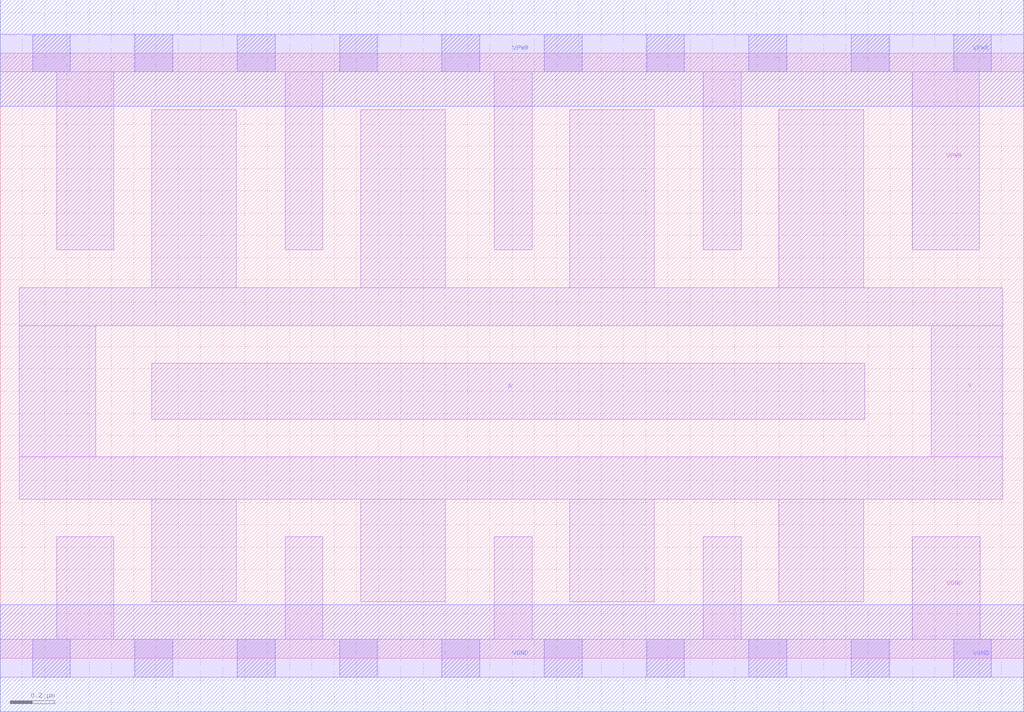
<source format=lef>
# Copyright 2020 The SkyWater PDK Authors
#
# Licensed under the Apache License, Version 2.0 (the "License");
# you may not use this file except in compliance with the License.
# You may obtain a copy of the License at
#
#     https://www.apache.org/licenses/LICENSE-2.0
#
# Unless required by applicable law or agreed to in writing, software
# distributed under the License is distributed on an "AS IS" BASIS,
# WITHOUT WARRANTIES OR CONDITIONS OF ANY KIND, either express or implied.
# See the License for the specific language governing permissions and
# limitations under the License.
#
# SPDX-License-Identifier: Apache-2.0

VERSION 5.7 ;
  NAMESCASESENSITIVE ON ;
  NOWIREEXTENSIONATPIN ON ;
  DIVIDERCHAR "/" ;
  BUSBITCHARS "[]" ;
UNITS
  DATABASE MICRONS 200 ;
END UNITS
PROPERTYDEFINITIONS
  MACRO maskLayoutSubType STRING ;
  MACRO prCellType STRING ;
  MACRO originalViewName STRING ;
END PROPERTYDEFINITIONS
MACRO sky130_fd_sc_hdll__inv_8
  CLASS CORE ;
  FOREIGN sky130_fd_sc_hdll__inv_8 ;
  ORIGIN  0.000000  0.000000 ;
  SIZE  4.600000 BY  2.720000 ;
  SYMMETRY X Y R90 ;
  SITE unithd ;
  PIN A
    ANTENNAGATEAREA  2.220000 ;
    DIRECTION INPUT ;
    USE SIGNAL ;
    PORT
      LAYER li1 ;
        RECT 0.680000 1.075000 3.885000 1.325000 ;
    END
  END A
  PIN VGND
    ANTENNADIFFAREA  0.962000 ;
    DIRECTION INOUT ;
    USE SIGNAL ;
    PORT
      LAYER li1 ;
        RECT 0.000000 -0.085000 4.600000 0.085000 ;
        RECT 0.255000  0.085000 0.510000 0.545000 ;
        RECT 1.280000  0.085000 1.450000 0.545000 ;
        RECT 2.220000  0.085000 2.390000 0.545000 ;
        RECT 3.160000  0.085000 3.330000 0.545000 ;
        RECT 4.100000  0.085000 4.405000 0.545000 ;
      LAYER mcon ;
        RECT 0.145000 -0.085000 0.315000 0.085000 ;
        RECT 0.605000 -0.085000 0.775000 0.085000 ;
        RECT 1.065000 -0.085000 1.235000 0.085000 ;
        RECT 1.525000 -0.085000 1.695000 0.085000 ;
        RECT 1.985000 -0.085000 2.155000 0.085000 ;
        RECT 2.445000 -0.085000 2.615000 0.085000 ;
        RECT 2.905000 -0.085000 3.075000 0.085000 ;
        RECT 3.365000 -0.085000 3.535000 0.085000 ;
        RECT 3.825000 -0.085000 3.995000 0.085000 ;
        RECT 4.285000 -0.085000 4.455000 0.085000 ;
      LAYER met1 ;
        RECT 0.000000 -0.240000 4.600000 0.240000 ;
    END
  END VGND
  PIN VPWR
    ANTENNADIFFAREA  1.410000 ;
    DIRECTION INOUT ;
    USE SIGNAL ;
    PORT
      LAYER li1 ;
        RECT 0.000000 2.635000 4.600000 2.805000 ;
        RECT 0.255000 1.835000 0.510000 2.635000 ;
        RECT 1.280000 1.835000 1.450000 2.635000 ;
        RECT 2.220000 1.835000 2.390000 2.635000 ;
        RECT 3.160000 1.835000 3.330000 2.635000 ;
        RECT 4.100000 1.835000 4.400000 2.635000 ;
      LAYER mcon ;
        RECT 0.145000 2.635000 0.315000 2.805000 ;
        RECT 0.605000 2.635000 0.775000 2.805000 ;
        RECT 1.065000 2.635000 1.235000 2.805000 ;
        RECT 1.525000 2.635000 1.695000 2.805000 ;
        RECT 1.985000 2.635000 2.155000 2.805000 ;
        RECT 2.445000 2.635000 2.615000 2.805000 ;
        RECT 2.905000 2.635000 3.075000 2.805000 ;
        RECT 3.365000 2.635000 3.535000 2.805000 ;
        RECT 3.825000 2.635000 3.995000 2.805000 ;
        RECT 4.285000 2.635000 4.455000 2.805000 ;
      LAYER met1 ;
        RECT 0.000000 2.480000 4.600000 2.960000 ;
    END
  END VPWR
  PIN Y
    ANTENNADIFFAREA  2.024500 ;
    DIRECTION OUTPUT ;
    USE SIGNAL ;
    PORT
      LAYER li1 ;
        RECT 0.085000 0.715000 4.505000 0.905000 ;
        RECT 0.085000 0.905000 0.430000 1.495000 ;
        RECT 0.085000 1.495000 4.505000 1.665000 ;
        RECT 0.680000 0.255000 1.060000 0.715000 ;
        RECT 0.680000 1.665000 1.060000 2.465000 ;
        RECT 1.620000 0.255000 2.000000 0.715000 ;
        RECT 1.620000 1.665000 2.000000 2.465000 ;
        RECT 2.560000 0.255000 2.940000 0.715000 ;
        RECT 2.560000 1.665000 2.940000 2.465000 ;
        RECT 3.500000 0.255000 3.880000 0.715000 ;
        RECT 3.500000 1.665000 3.880000 2.465000 ;
        RECT 4.185000 0.905000 4.505000 1.495000 ;
    END
  END Y
  PROPERTY maskLayoutSubType "abstract" ;
  PROPERTY prCellType "standard" ;
  PROPERTY originalViewName "layout" ;
END sky130_fd_sc_hdll__inv_8

</source>
